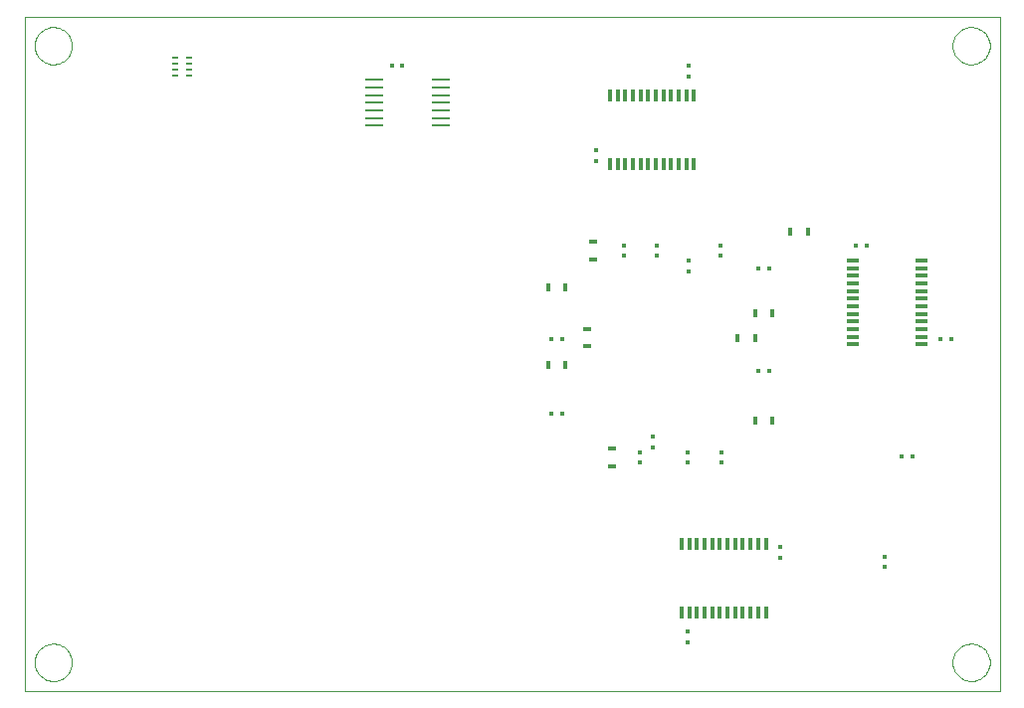
<source format=gbp>
G75*
%MOIN*%
%OFA0B0*%
%FSLAX24Y24*%
%IPPOS*%
%LPD*%
%AMOC8*
5,1,8,0,0,1.08239X$1,22.5*
%
%ADD10C,0.0000*%
%ADD11R,0.0157X0.0275*%
%ADD12R,0.0117X0.0157*%
%ADD13R,0.0275X0.0157*%
%ADD14R,0.0157X0.0117*%
%ADD15R,0.0117X0.0432*%
%ADD16R,0.0590X0.0098*%
%ADD17R,0.0216X0.0078*%
%ADD18R,0.0432X0.0117*%
D10*
X000873Y004647D02*
X000873Y027246D01*
X033550Y027246D01*
X033550Y004647D01*
X000873Y004647D01*
X001213Y005612D02*
X001215Y005662D01*
X001221Y005711D01*
X001231Y005760D01*
X001244Y005807D01*
X001262Y005854D01*
X001283Y005899D01*
X001307Y005942D01*
X001335Y005983D01*
X001366Y006022D01*
X001400Y006058D01*
X001437Y006092D01*
X001477Y006122D01*
X001518Y006149D01*
X001562Y006173D01*
X001607Y006193D01*
X001654Y006209D01*
X001702Y006222D01*
X001751Y006231D01*
X001801Y006236D01*
X001850Y006237D01*
X001900Y006234D01*
X001949Y006227D01*
X001998Y006216D01*
X002045Y006202D01*
X002091Y006183D01*
X002136Y006161D01*
X002179Y006136D01*
X002219Y006107D01*
X002257Y006075D01*
X002293Y006041D01*
X002326Y006003D01*
X002355Y005963D01*
X002381Y005921D01*
X002404Y005877D01*
X002423Y005831D01*
X002439Y005784D01*
X002451Y005735D01*
X002459Y005686D01*
X002463Y005637D01*
X002463Y005587D01*
X002459Y005538D01*
X002451Y005489D01*
X002439Y005440D01*
X002423Y005393D01*
X002404Y005347D01*
X002381Y005303D01*
X002355Y005261D01*
X002326Y005221D01*
X002293Y005183D01*
X002257Y005149D01*
X002219Y005117D01*
X002179Y005088D01*
X002136Y005063D01*
X002091Y005041D01*
X002045Y005022D01*
X001998Y005008D01*
X001949Y004997D01*
X001900Y004990D01*
X001850Y004987D01*
X001801Y004988D01*
X001751Y004993D01*
X001702Y005002D01*
X001654Y005015D01*
X001607Y005031D01*
X001562Y005051D01*
X001518Y005075D01*
X001477Y005102D01*
X001437Y005132D01*
X001400Y005166D01*
X001366Y005202D01*
X001335Y005241D01*
X001307Y005282D01*
X001283Y005325D01*
X001262Y005370D01*
X001244Y005417D01*
X001231Y005464D01*
X001221Y005513D01*
X001215Y005562D01*
X001213Y005612D01*
X001213Y026281D02*
X001215Y026331D01*
X001221Y026380D01*
X001231Y026429D01*
X001244Y026476D01*
X001262Y026523D01*
X001283Y026568D01*
X001307Y026611D01*
X001335Y026652D01*
X001366Y026691D01*
X001400Y026727D01*
X001437Y026761D01*
X001477Y026791D01*
X001518Y026818D01*
X001562Y026842D01*
X001607Y026862D01*
X001654Y026878D01*
X001702Y026891D01*
X001751Y026900D01*
X001801Y026905D01*
X001850Y026906D01*
X001900Y026903D01*
X001949Y026896D01*
X001998Y026885D01*
X002045Y026871D01*
X002091Y026852D01*
X002136Y026830D01*
X002179Y026805D01*
X002219Y026776D01*
X002257Y026744D01*
X002293Y026710D01*
X002326Y026672D01*
X002355Y026632D01*
X002381Y026590D01*
X002404Y026546D01*
X002423Y026500D01*
X002439Y026453D01*
X002451Y026404D01*
X002459Y026355D01*
X002463Y026306D01*
X002463Y026256D01*
X002459Y026207D01*
X002451Y026158D01*
X002439Y026109D01*
X002423Y026062D01*
X002404Y026016D01*
X002381Y025972D01*
X002355Y025930D01*
X002326Y025890D01*
X002293Y025852D01*
X002257Y025818D01*
X002219Y025786D01*
X002179Y025757D01*
X002136Y025732D01*
X002091Y025710D01*
X002045Y025691D01*
X001998Y025677D01*
X001949Y025666D01*
X001900Y025659D01*
X001850Y025656D01*
X001801Y025657D01*
X001751Y025662D01*
X001702Y025671D01*
X001654Y025684D01*
X001607Y025700D01*
X001562Y025720D01*
X001518Y025744D01*
X001477Y025771D01*
X001437Y025801D01*
X001400Y025835D01*
X001366Y025871D01*
X001335Y025910D01*
X001307Y025951D01*
X001283Y025994D01*
X001262Y026039D01*
X001244Y026086D01*
X001231Y026133D01*
X001221Y026182D01*
X001215Y026231D01*
X001213Y026281D01*
X031961Y026281D02*
X031963Y026331D01*
X031969Y026380D01*
X031979Y026429D01*
X031992Y026476D01*
X032010Y026523D01*
X032031Y026568D01*
X032055Y026611D01*
X032083Y026652D01*
X032114Y026691D01*
X032148Y026727D01*
X032185Y026761D01*
X032225Y026791D01*
X032266Y026818D01*
X032310Y026842D01*
X032355Y026862D01*
X032402Y026878D01*
X032450Y026891D01*
X032499Y026900D01*
X032549Y026905D01*
X032598Y026906D01*
X032648Y026903D01*
X032697Y026896D01*
X032746Y026885D01*
X032793Y026871D01*
X032839Y026852D01*
X032884Y026830D01*
X032927Y026805D01*
X032967Y026776D01*
X033005Y026744D01*
X033041Y026710D01*
X033074Y026672D01*
X033103Y026632D01*
X033129Y026590D01*
X033152Y026546D01*
X033171Y026500D01*
X033187Y026453D01*
X033199Y026404D01*
X033207Y026355D01*
X033211Y026306D01*
X033211Y026256D01*
X033207Y026207D01*
X033199Y026158D01*
X033187Y026109D01*
X033171Y026062D01*
X033152Y026016D01*
X033129Y025972D01*
X033103Y025930D01*
X033074Y025890D01*
X033041Y025852D01*
X033005Y025818D01*
X032967Y025786D01*
X032927Y025757D01*
X032884Y025732D01*
X032839Y025710D01*
X032793Y025691D01*
X032746Y025677D01*
X032697Y025666D01*
X032648Y025659D01*
X032598Y025656D01*
X032549Y025657D01*
X032499Y025662D01*
X032450Y025671D01*
X032402Y025684D01*
X032355Y025700D01*
X032310Y025720D01*
X032266Y025744D01*
X032225Y025771D01*
X032185Y025801D01*
X032148Y025835D01*
X032114Y025871D01*
X032083Y025910D01*
X032055Y025951D01*
X032031Y025994D01*
X032010Y026039D01*
X031992Y026086D01*
X031979Y026133D01*
X031969Y026182D01*
X031963Y026231D01*
X031961Y026281D01*
X031961Y005612D02*
X031963Y005662D01*
X031969Y005711D01*
X031979Y005760D01*
X031992Y005807D01*
X032010Y005854D01*
X032031Y005899D01*
X032055Y005942D01*
X032083Y005983D01*
X032114Y006022D01*
X032148Y006058D01*
X032185Y006092D01*
X032225Y006122D01*
X032266Y006149D01*
X032310Y006173D01*
X032355Y006193D01*
X032402Y006209D01*
X032450Y006222D01*
X032499Y006231D01*
X032549Y006236D01*
X032598Y006237D01*
X032648Y006234D01*
X032697Y006227D01*
X032746Y006216D01*
X032793Y006202D01*
X032839Y006183D01*
X032884Y006161D01*
X032927Y006136D01*
X032967Y006107D01*
X033005Y006075D01*
X033041Y006041D01*
X033074Y006003D01*
X033103Y005963D01*
X033129Y005921D01*
X033152Y005877D01*
X033171Y005831D01*
X033187Y005784D01*
X033199Y005735D01*
X033207Y005686D01*
X033211Y005637D01*
X033211Y005587D01*
X033207Y005538D01*
X033199Y005489D01*
X033187Y005440D01*
X033171Y005393D01*
X033152Y005347D01*
X033129Y005303D01*
X033103Y005261D01*
X033074Y005221D01*
X033041Y005183D01*
X033005Y005149D01*
X032967Y005117D01*
X032927Y005088D01*
X032884Y005063D01*
X032839Y005041D01*
X032793Y005022D01*
X032746Y005008D01*
X032697Y004997D01*
X032648Y004990D01*
X032598Y004987D01*
X032549Y004988D01*
X032499Y004993D01*
X032450Y005002D01*
X032402Y005015D01*
X032355Y005031D01*
X032310Y005051D01*
X032266Y005075D01*
X032225Y005102D01*
X032185Y005132D01*
X032148Y005166D01*
X032114Y005202D01*
X032083Y005241D01*
X032055Y005282D01*
X032031Y005325D01*
X032010Y005370D01*
X031992Y005417D01*
X031979Y005464D01*
X031969Y005513D01*
X031963Y005562D01*
X031961Y005612D01*
D11*
X025932Y013702D03*
X025342Y013702D03*
X025342Y016498D03*
X024751Y016498D03*
X025342Y017324D03*
X025932Y017324D03*
X026523Y020041D03*
X027113Y020041D03*
X019003Y018191D03*
X018412Y018191D03*
X018412Y015592D03*
X019003Y015592D03*
D12*
X018885Y016458D03*
X018531Y016458D03*
X018531Y013939D03*
X018885Y013939D03*
X025460Y015395D03*
X025814Y015395D03*
X025814Y018820D03*
X025460Y018820D03*
X028727Y019569D03*
X029082Y019569D03*
X031562Y016458D03*
X031916Y016458D03*
X030617Y012521D03*
X030263Y012521D03*
X013531Y025631D03*
X013176Y025631D03*
D13*
X019928Y019706D03*
X019928Y019116D03*
X019731Y016793D03*
X019731Y016202D03*
X020558Y012777D03*
X020558Y012187D03*
D14*
X021503Y012305D03*
X021503Y012659D03*
X021936Y012817D03*
X021936Y013171D03*
X023078Y012659D03*
X023078Y012305D03*
X024219Y012305D03*
X024219Y012659D03*
X026188Y009470D03*
X026188Y009116D03*
X029692Y009155D03*
X029692Y008801D03*
X023078Y006635D03*
X023078Y006281D03*
X023117Y018722D03*
X023117Y019076D03*
X022054Y019234D03*
X022054Y019588D03*
X020952Y019588D03*
X020952Y019234D03*
X024180Y019234D03*
X024180Y019588D03*
X020007Y022423D03*
X020007Y022777D03*
X023117Y025257D03*
X023117Y025612D03*
D15*
X023048Y024608D03*
X022792Y024608D03*
X022536Y024608D03*
X022281Y024608D03*
X022025Y024608D03*
X021769Y024608D03*
X021513Y024608D03*
X021257Y024608D03*
X021001Y024608D03*
X020745Y024608D03*
X020489Y024608D03*
X020489Y022324D03*
X020745Y022324D03*
X021001Y022324D03*
X021257Y022324D03*
X021513Y022324D03*
X021769Y022324D03*
X022025Y022324D03*
X022281Y022324D03*
X022536Y022324D03*
X022792Y022324D03*
X023048Y022324D03*
X023304Y022324D03*
X023304Y024608D03*
X023403Y009569D03*
X023658Y009569D03*
X023914Y009569D03*
X024170Y009569D03*
X024426Y009569D03*
X024682Y009569D03*
X024938Y009569D03*
X025194Y009569D03*
X025450Y009569D03*
X025706Y009569D03*
X023147Y009569D03*
X022891Y009569D03*
X022891Y007285D03*
X023147Y007285D03*
X023403Y007285D03*
X023658Y007285D03*
X023914Y007285D03*
X024170Y007285D03*
X024426Y007285D03*
X024682Y007285D03*
X024938Y007285D03*
X025194Y007285D03*
X025450Y007285D03*
X025706Y007285D03*
D16*
X014810Y023604D03*
X014810Y023860D03*
X014810Y024116D03*
X014810Y024372D03*
X014810Y024628D03*
X014810Y024883D03*
X014810Y025139D03*
X012605Y025139D03*
X012605Y024883D03*
X012605Y024628D03*
X012605Y024372D03*
X012605Y024116D03*
X012605Y023860D03*
X012605Y023604D03*
D17*
X006391Y025297D03*
X006391Y025494D03*
X006391Y025691D03*
X006391Y025887D03*
X005939Y025887D03*
X005939Y025691D03*
X005939Y025494D03*
X005939Y025297D03*
D18*
X028629Y019086D03*
X028629Y018830D03*
X028629Y018574D03*
X028629Y018319D03*
X028629Y018063D03*
X028629Y017807D03*
X028629Y017551D03*
X028629Y017295D03*
X028629Y017039D03*
X028629Y016783D03*
X028629Y016527D03*
X028629Y016271D03*
X030912Y016271D03*
X030912Y016527D03*
X030912Y016783D03*
X030912Y017039D03*
X030912Y017295D03*
X030912Y017551D03*
X030912Y017807D03*
X030912Y018063D03*
X030912Y018319D03*
X030912Y018574D03*
X030912Y018830D03*
X030912Y019086D03*
M02*

</source>
